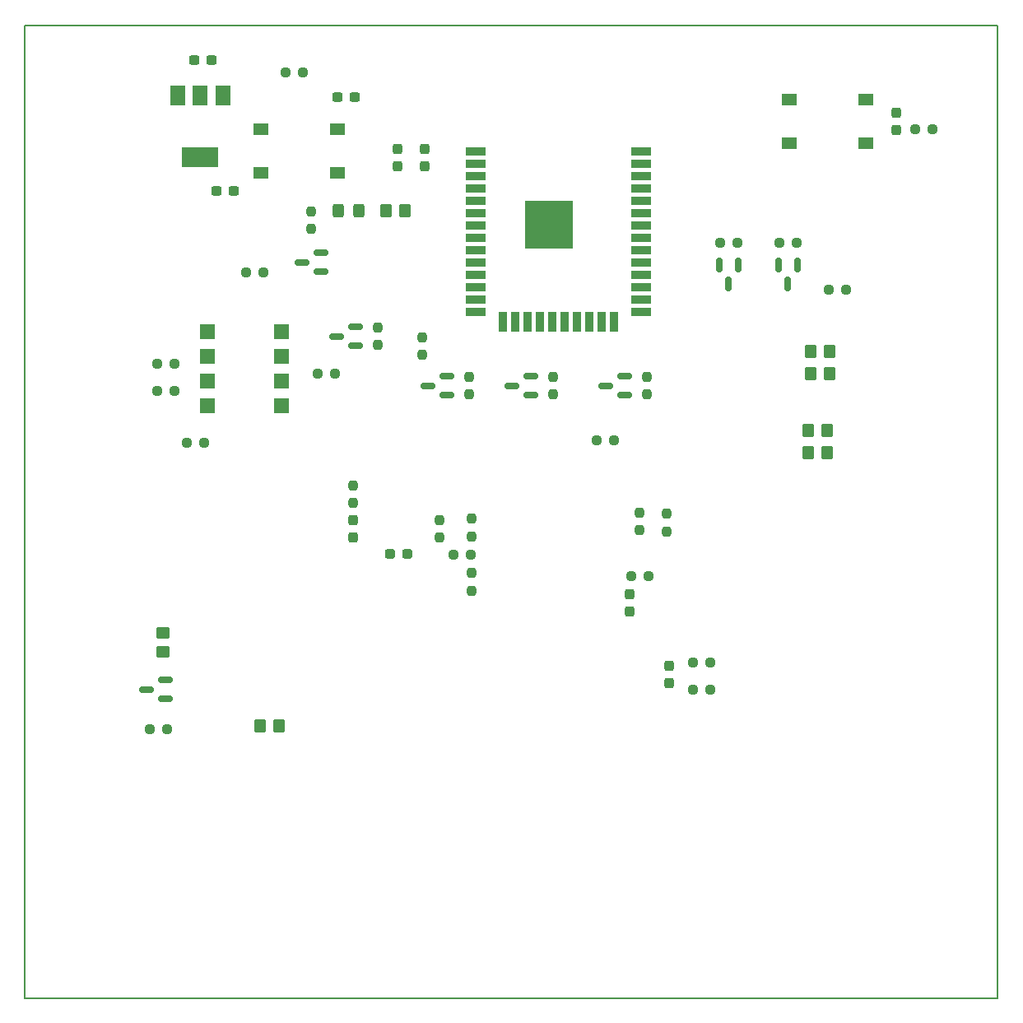
<source format=gbr>
%TF.GenerationSoftware,KiCad,Pcbnew,(6.0.7)*%
%TF.CreationDate,2022-10-25T22:42:20-05:00*%
%TF.ProjectId,embebidos,656d6265-6269-4646-9f73-2e6b69636164,rev?*%
%TF.SameCoordinates,Original*%
%TF.FileFunction,Paste,Top*%
%TF.FilePolarity,Positive*%
%FSLAX46Y46*%
G04 Gerber Fmt 4.6, Leading zero omitted, Abs format (unit mm)*
G04 Created by KiCad (PCBNEW (6.0.7)) date 2022-10-25 22:42:20*
%MOMM*%
%LPD*%
G01*
G04 APERTURE LIST*
G04 Aperture macros list*
%AMRoundRect*
0 Rectangle with rounded corners*
0 $1 Rounding radius*
0 $2 $3 $4 $5 $6 $7 $8 $9 X,Y pos of 4 corners*
0 Add a 4 corners polygon primitive as box body*
4,1,4,$2,$3,$4,$5,$6,$7,$8,$9,$2,$3,0*
0 Add four circle primitives for the rounded corners*
1,1,$1+$1,$2,$3*
1,1,$1+$1,$4,$5*
1,1,$1+$1,$6,$7*
1,1,$1+$1,$8,$9*
0 Add four rect primitives between the rounded corners*
20,1,$1+$1,$2,$3,$4,$5,0*
20,1,$1+$1,$4,$5,$6,$7,0*
20,1,$1+$1,$6,$7,$8,$9,0*
20,1,$1+$1,$8,$9,$2,$3,0*%
G04 Aperture macros list end*
%TA.AperFunction,Profile*%
%ADD10C,0.150000*%
%TD*%
%ADD11RoundRect,0.237500X-0.237500X0.250000X-0.237500X-0.250000X0.237500X-0.250000X0.237500X0.250000X0*%
%ADD12RoundRect,0.237500X0.237500X-0.250000X0.237500X0.250000X-0.237500X0.250000X-0.237500X-0.250000X0*%
%ADD13RoundRect,0.237500X-0.237500X0.287500X-0.237500X-0.287500X0.237500X-0.287500X0.237500X0.287500X0*%
%ADD14RoundRect,0.237500X0.237500X-0.287500X0.237500X0.287500X-0.237500X0.287500X-0.237500X-0.287500X0*%
%ADD15RoundRect,0.237500X-0.250000X-0.237500X0.250000X-0.237500X0.250000X0.237500X-0.250000X0.237500X0*%
%ADD16RoundRect,0.237500X0.237500X-0.300000X0.237500X0.300000X-0.237500X0.300000X-0.237500X-0.300000X0*%
%ADD17RoundRect,0.237500X-0.300000X-0.237500X0.300000X-0.237500X0.300000X0.237500X-0.300000X0.237500X0*%
%ADD18RoundRect,0.250000X-0.350000X-0.450000X0.350000X-0.450000X0.350000X0.450000X-0.350000X0.450000X0*%
%ADD19RoundRect,0.237500X0.300000X0.237500X-0.300000X0.237500X-0.300000X-0.237500X0.300000X-0.237500X0*%
%ADD20RoundRect,0.237500X0.250000X0.237500X-0.250000X0.237500X-0.250000X-0.237500X0.250000X-0.237500X0*%
%ADD21RoundRect,0.250000X0.350000X0.450000X-0.350000X0.450000X-0.350000X-0.450000X0.350000X-0.450000X0*%
%ADD22R,2.000000X0.900000*%
%ADD23R,0.900000X2.000000*%
%ADD24R,5.000000X5.000000*%
%ADD25RoundRect,0.250000X-0.325000X-0.450000X0.325000X-0.450000X0.325000X0.450000X-0.325000X0.450000X0*%
%ADD26R,1.550000X1.300000*%
%ADD27RoundRect,0.150000X0.587500X0.150000X-0.587500X0.150000X-0.587500X-0.150000X0.587500X-0.150000X0*%
%ADD28R,1.500000X2.000000*%
%ADD29R,3.800000X2.000000*%
%ADD30R,1.600000X1.600000*%
%ADD31RoundRect,0.237500X-0.287500X-0.237500X0.287500X-0.237500X0.287500X0.237500X-0.287500X0.237500X0*%
%ADD32RoundRect,0.250000X-0.450000X0.350000X-0.450000X-0.350000X0.450000X-0.350000X0.450000X0.350000X0*%
%ADD33RoundRect,0.150000X-0.150000X0.587500X-0.150000X-0.587500X0.150000X-0.587500X0.150000X0.587500X0*%
G04 APERTURE END LIST*
D10*
X53594000Y-41910000D02*
X153670000Y-41910000D01*
X153670000Y-41910000D02*
X153670000Y-141986000D01*
X153670000Y-141986000D02*
X53594000Y-141986000D01*
X53594000Y-141986000D02*
X53594000Y-41910000D01*
D11*
%TO.C,R9*%
X87376000Y-89257500D03*
X87376000Y-91082500D03*
%TD*%
%TO.C,R16*%
X116840000Y-92051500D03*
X116840000Y-93876500D03*
%TD*%
D12*
%TO.C,R12*%
X99568000Y-100076000D03*
X99568000Y-98251000D03*
%TD*%
D13*
%TO.C,D6*%
X119888000Y-107837000D03*
X119888000Y-109587000D03*
%TD*%
D14*
%TO.C,D1*%
X115824000Y-102221000D03*
X115824000Y-100471000D03*
%TD*%
D12*
%TO.C,R29*%
X117602000Y-79906500D03*
X117602000Y-78081500D03*
%TD*%
D15*
%TO.C,R28*%
X83669500Y-77724000D03*
X85494500Y-77724000D03*
%TD*%
D16*
%TO.C,C2*%
X91948000Y-56388000D03*
X91948000Y-54663000D03*
%TD*%
D17*
%TO.C,C1*%
X73305500Y-58928000D03*
X75030500Y-58928000D03*
%TD*%
D18*
%TO.C,R_p1*%
X90694000Y-60960000D03*
X92694000Y-60960000D03*
%TD*%
D15*
%TO.C,10k3*%
X76303500Y-67310000D03*
X78128500Y-67310000D03*
%TD*%
D12*
%TO.C,R27*%
X89916000Y-74826500D03*
X89916000Y-73001500D03*
%TD*%
%TO.C,10k4*%
X83058000Y-62888500D03*
X83058000Y-61063500D03*
%TD*%
D19*
%TO.C,C6*%
X87476500Y-49276000D03*
X85751500Y-49276000D03*
%TD*%
D20*
%TO.C,R10*%
X124102500Y-110236000D03*
X122277500Y-110236000D03*
%TD*%
D21*
%TO.C,RCL2*%
X136128000Y-85852000D03*
X134128000Y-85852000D03*
%TD*%
D11*
%TO.C,R7*%
X96266000Y-92813500D03*
X96266000Y-94638500D03*
%TD*%
D12*
%TO.C,R3*%
X119634000Y-93980000D03*
X119634000Y-92155000D03*
%TD*%
%TO.C,R11*%
X107950000Y-79906500D03*
X107950000Y-78081500D03*
%TD*%
D16*
%TO.C,C4*%
X143256000Y-52678500D03*
X143256000Y-50953500D03*
%TD*%
D22*
%TO.C,U1*%
X99958000Y-54907000D03*
X99958000Y-56177000D03*
X99958000Y-57447000D03*
X99958000Y-58717000D03*
X99958000Y-59987000D03*
X99958000Y-61257000D03*
X99958000Y-62527000D03*
X99958000Y-63797000D03*
X99958000Y-65067000D03*
X99958000Y-66337000D03*
X99958000Y-67607000D03*
X99958000Y-68877000D03*
X99958000Y-70147000D03*
X99958000Y-71417000D03*
D23*
X102743000Y-72417000D03*
X104013000Y-72417000D03*
X105283000Y-72417000D03*
X106553000Y-72417000D03*
X107823000Y-72417000D03*
X109093000Y-72417000D03*
X110363000Y-72417000D03*
X111633000Y-72417000D03*
X112903000Y-72417000D03*
X114173000Y-72417000D03*
D22*
X116958000Y-71417000D03*
X116958000Y-70147000D03*
X116958000Y-68877000D03*
X116958000Y-67607000D03*
X116958000Y-66337000D03*
X116958000Y-65067000D03*
X116958000Y-63797000D03*
X116958000Y-62527000D03*
X116958000Y-61257000D03*
X116958000Y-59987000D03*
X116958000Y-58717000D03*
X116958000Y-57447000D03*
X116958000Y-56177000D03*
X116958000Y-54907000D03*
D24*
X107458000Y-62407000D03*
%TD*%
D15*
%TO.C,R1*%
X80367500Y-46736000D03*
X82192500Y-46736000D03*
%TD*%
D25*
%TO.C,L_p1*%
X85843000Y-60960000D03*
X87893000Y-60960000D03*
%TD*%
D20*
%TO.C,R20*%
X138072500Y-69088000D03*
X136247500Y-69088000D03*
%TD*%
D12*
%TO.C,R4*%
X99568000Y-94488000D03*
X99568000Y-92663000D03*
%TD*%
D20*
%TO.C,R19*%
X132992500Y-64262000D03*
X131167500Y-64262000D03*
%TD*%
D26*
%TO.C,BOOT1*%
X140119000Y-54066000D03*
X132169000Y-54066000D03*
X140119000Y-49566000D03*
X132169000Y-49566000D03*
%TD*%
D20*
%TO.C,R2*%
X146962500Y-52578000D03*
X145137500Y-52578000D03*
%TD*%
D27*
%TO.C,Q15*%
X87551500Y-74864000D03*
X87551500Y-72964000D03*
X85676500Y-73914000D03*
%TD*%
D20*
%TO.C,R8*%
X124102500Y-107442000D03*
X122277500Y-107442000D03*
%TD*%
D28*
%TO.C,U2*%
X73928000Y-49174000D03*
D29*
X71628000Y-55474000D03*
D28*
X71628000Y-49174000D03*
X69328000Y-49174000D03*
%TD*%
D20*
%TO.C,R15*%
X126896500Y-64262000D03*
X125071500Y-64262000D03*
%TD*%
D27*
%TO.C,Q8*%
X83995500Y-67244000D03*
X83995500Y-65344000D03*
X82120500Y-66294000D03*
%TD*%
%TO.C,Q16*%
X115237500Y-79944000D03*
X115237500Y-78044000D03*
X113362500Y-78994000D03*
%TD*%
D20*
%TO.C,R6*%
X99464500Y-96369500D03*
X97639500Y-96369500D03*
%TD*%
%TO.C,10k2*%
X68984500Y-79502000D03*
X67159500Y-79502000D03*
%TD*%
D30*
%TO.C,U3*%
X72390000Y-73406000D03*
X72390000Y-75946000D03*
X72390000Y-78486000D03*
X72390000Y-81026000D03*
X80010000Y-81026000D03*
X80010000Y-78486000D03*
X80010000Y-75946000D03*
X80010000Y-73406000D03*
%TD*%
D11*
%TO.C,R24*%
X94488000Y-74017500D03*
X94488000Y-75842500D03*
%TD*%
D12*
%TO.C,R23*%
X99314000Y-79906500D03*
X99314000Y-78081500D03*
%TD*%
D31*
%TO.C,D2*%
X91186000Y-96266000D03*
X92936000Y-96266000D03*
%TD*%
D20*
%TO.C,R5*%
X117752500Y-98552000D03*
X115927500Y-98552000D03*
%TD*%
D15*
%TO.C,10k1*%
X67159500Y-76708000D03*
X68984500Y-76708000D03*
%TD*%
D26*
%TO.C,EN1*%
X85763000Y-52614000D03*
X77813000Y-52614000D03*
X85763000Y-57114000D03*
X77813000Y-57114000D03*
%TD*%
D21*
%TO.C,RDA1*%
X136382000Y-75438000D03*
X134382000Y-75438000D03*
%TD*%
%TO.C,RDA2*%
X136382000Y-77724000D03*
X134382000Y-77724000D03*
%TD*%
D32*
%TO.C,R_p3*%
X67818000Y-104410000D03*
X67818000Y-106410000D03*
%TD*%
D17*
%TO.C,C5*%
X71019500Y-45466000D03*
X72744500Y-45466000D03*
%TD*%
D27*
%TO.C,Q1*%
X67993500Y-111186000D03*
X67993500Y-109286000D03*
X66118500Y-110236000D03*
%TD*%
D21*
%TO.C,RCL1*%
X136128000Y-83566000D03*
X134128000Y-83566000D03*
%TD*%
D20*
%TO.C,Rb1*%
X68222500Y-114300000D03*
X66397500Y-114300000D03*
%TD*%
%TO.C,R30*%
X114196500Y-84582000D03*
X112371500Y-84582000D03*
%TD*%
D16*
%TO.C,C3*%
X94742000Y-56388000D03*
X94742000Y-54663000D03*
%TD*%
D33*
%TO.C,Q11*%
X133030000Y-66626500D03*
X131130000Y-66626500D03*
X132080000Y-68501500D03*
%TD*%
D27*
%TO.C,Q6*%
X105585500Y-79944000D03*
X105585500Y-78044000D03*
X103710500Y-78994000D03*
%TD*%
D14*
%TO.C,D5*%
X87376000Y-94601000D03*
X87376000Y-92851000D03*
%TD*%
D18*
%TO.C,R_p2*%
X77733645Y-114038548D03*
X79733645Y-114038548D03*
%TD*%
D27*
%TO.C,Q13*%
X96949500Y-79944000D03*
X96949500Y-78044000D03*
X95074500Y-78994000D03*
%TD*%
D33*
%TO.C,Q9*%
X126934000Y-66626500D03*
X125034000Y-66626500D03*
X125984000Y-68501500D03*
%TD*%
D20*
%TO.C,7k1*%
X72032500Y-84836000D03*
X70207500Y-84836000D03*
%TD*%
M02*

</source>
